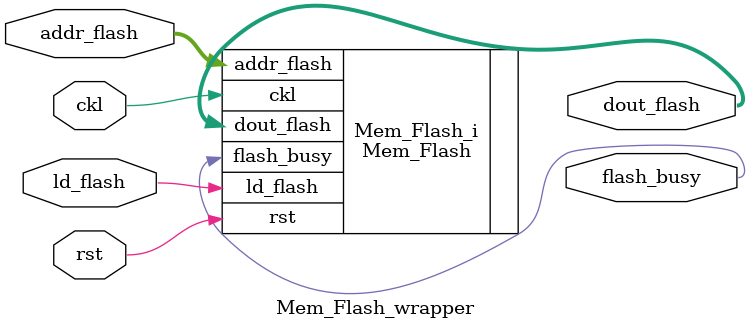
<source format=v>
`timescale 1 ps / 1 ps

module Mem_Flash_wrapper
   (addr_flash,
    ckl,
    dout_flash,
    flash_busy,
    ld_flash,
    rst);
  input [9:0]addr_flash;
  input ckl;
  output [31:0]dout_flash;
  output flash_busy;
  input ld_flash;
  input rst;

  wire [9:0]addr_flash;
  wire ckl;
  wire [31:0]dout_flash;
  wire flash_busy;
  wire ld_flash;
  wire rst;

  Mem_Flash Mem_Flash_i
       (.addr_flash(addr_flash),
        .ckl(ckl),
        .dout_flash(dout_flash),
        .flash_busy(flash_busy),
        .ld_flash(ld_flash),
        .rst(rst));
endmodule

</source>
